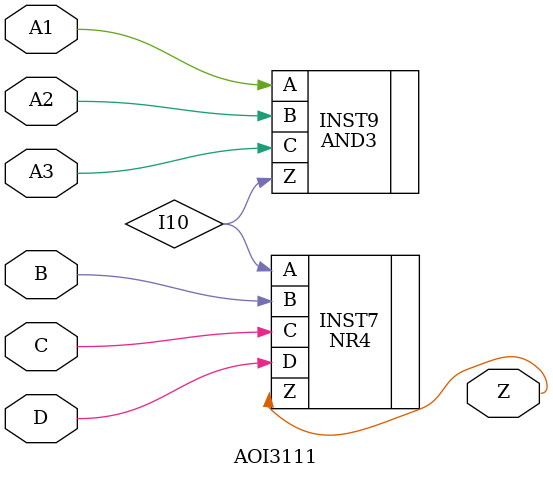
<source format=v>
`timescale 1 ns / 100 ps

/* Created by DB2VERILOG Version 1.2.0.2 on Fri Aug  5 11:13:29 1994 */
/* module compiled from "lsl2db 4.0.3" run */

module AOI3111 (A1, A2, A3, B, C, D, Z);
input  A1, A2, A3, B, C, D;
output Z;
NR4 INST7 (.A(I10), .B(B), .C(C), .D(D), .Z(Z));
AND3 INST9 (.A(A1), .B(A2), .C(A3), .Z(I10));

endmodule


</source>
